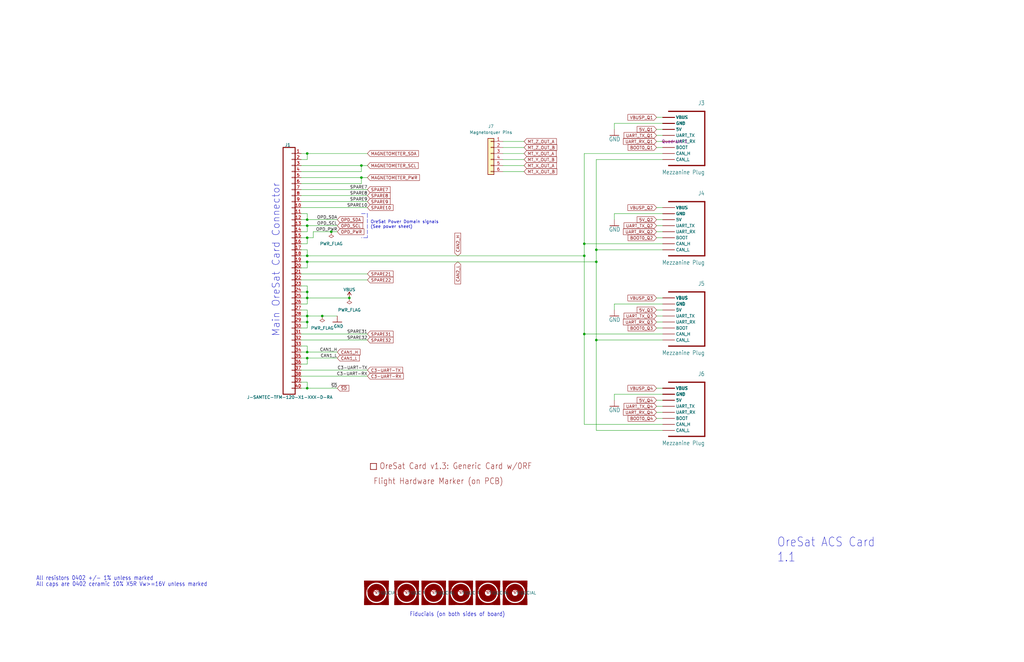
<source format=kicad_sch>
(kicad_sch (version 20211123) (generator eeschema)
  (paper "B")
  (lib_symbols
    (symbol "555600307_1"
      (property "Reference" "J" (at -12.7 13.97 0))
      (property "Value" "555600307_1" (at -12.7 -13.97 0))
      (symbol "555600307_1_1_0"
        (polyline (pts (xy -12.7 -10.16) (xy 2.54 -10.16)) (stroke (width 0.508)))
        (polyline (pts (xy 2.54 12.7) (xy -12.7 12.7)) (stroke (width 0.508)))
        (pin bidirectional line (at 5.08 -7.62 180) (length 5.08) (name "CAN_L") (number "P$1"))
        (pin power_in line (at 5.08 7.62 180) (length 5.08) (name "GND") (number "P$10"))
        (pin power_in line (at 5.08 7.62 180) (length 5.08) (name "GND") (number "P$11"))
        (pin power_in line (at 5.08 10.16 180) (length 5.08) (name "VBUS") (number "P$12"))
        (pin power_in line (at 5.08 10.16 180) (length 5.08) (name "VBUS") (number "P$13"))
        (pin power_in line (at 5.08 10.16 180) (length 5.08) (name "VBUS") (number "P$14"))
        (pin power_in line (at 5.08 10.16 180) (length 5.08) (name "VBUS") (number "P$15"))
        (pin power_in line (at 5.08 10.16 180) (length 5.08) (name "VBUS") (number "P$16"))
        (pin power_in line (at 5.08 10.16 180) (length 5.08) (name "VBUS") (number "P$17"))
        (pin power_in line (at 5.08 10.16 180) (length 5.08) (name "VBUS") (number "P$18"))
        (pin power_in line (at 5.08 10.16 180) (length 5.08) (name "VBUS") (number "P$19"))
        (pin bidirectional line (at 5.08 -5.08 180) (length 5.08) (name "CAN_H") (number "P$2"))
        (pin power_in line (at 5.08 7.62 180) (length 5.08) (name "GND") (number "P$20"))
        (pin power_in line (at 5.08 7.62 180) (length 5.08) (name "GND") (number "P$21"))
        (pin power_in line (at 5.08 7.62 180) (length 5.08) (name "GND") (number "P$22"))
        (pin power_in line (at 5.08 7.62 180) (length 5.08) (name "GND") (number "P$23"))
        (pin power_in line (at 5.08 5.08 180) (length 5.08) (name "5V") (number "P$24"))
        (pin power_in line (at 5.08 5.08 180) (length 5.08) (name "5V") (number "P$25"))
        (pin bidirectional line (at 5.08 2.54 180) (length 5.08) (name "UART_TX") (number "P$26"))
        (pin bidirectional line (at 5.08 0 180) (length 5.08) (name "UART_RX") (number "P$27"))
        (pin bidirectional line (at 5.08 -2.54 180) (length 5.08) (name "BOOT") (number "P$28"))
        (pin bidirectional line (at 5.08 -5.08 180) (length 5.08) (name "CAN_H") (number "P$29"))
        (pin bidirectional line (at 5.08 -2.54 180) (length 5.08) (name "BOOT") (number "P$3"))
        (pin bidirectional line (at 5.08 -7.62 180) (length 5.08) (name "CAN_L") (number "P$30"))
        (pin bidirectional line (at 5.08 0 180) (length 5.08) (name "UART_RX") (number "P$4"))
        (pin bidirectional line (at 5.08 2.54 180) (length 5.08) (name "UART_TX") (number "P$5"))
        (pin power_in line (at 5.08 5.08 180) (length 5.08) (name "5V") (number "P$6"))
        (pin power_in line (at 5.08 5.08 180) (length 5.08) (name "5V") (number "P$7"))
        (pin power_in line (at 5.08 7.62 180) (length 5.08) (name "GND") (number "P$8"))
        (pin power_in line (at 5.08 7.62 180) (length 5.08) (name "GND") (number "P$9"))
      )
      (symbol "555600307_1_1_1"
        (polyline (pts (xy -12.7 12.7) (xy -12.7 -10.16)) (stroke (width 0.508)))
      )
    )
    (symbol "555600307_2"
      (property "Reference" "J" (at -12.7 13.97 0))
      (property "Value" "555600307_2" (at -12.7 -13.97 0))
      (symbol "555600307_2_1_0"
        (polyline (pts (xy -12.7 -10.16) (xy 2.54 -10.16)) (stroke (width 0.508)))
        (polyline (pts (xy 2.54 12.7) (xy -12.7 12.7)) (stroke (width 0.508)))
        (pin bidirectional line (at 5.08 -7.62 180) (length 5.08) (name "CAN_L") (number "P$1"))
        (pin power_in line (at 5.08 7.62 180) (length 5.08) (name "GND") (number "P$10"))
        (pin power_in line (at 5.08 7.62 180) (length 5.08) (name "GND") (number "P$11"))
        (pin power_in line (at 5.08 10.16 180) (length 5.08) (name "VBUS") (number "P$12"))
        (pin power_in line (at 5.08 10.16 180) (length 5.08) (name "VBUS") (number "P$13"))
        (pin power_in line (at 5.08 10.16 180) (length 5.08) (name "VBUS") (number "P$14"))
        (pin power_in line (at 5.08 10.16 180) (length 5.08) (name "VBUS") (number "P$15"))
        (pin power_in line (at 5.08 10.16 180) (length 5.08) (name "VBUS") (number "P$16"))
        (pin power_in line (at 5.08 10.16 180) (length 5.08) (name "VBUS") (number "P$17"))
        (pin power_in line (at 5.08 10.16 180) (length 5.08) (name "VBUS") (number "P$18"))
        (pin power_in line (at 5.08 10.16 180) (length 5.08) (name "VBUS") (number "P$19"))
        (pin bidirectional line (at 5.08 -5.08 180) (length 5.08) (name "CAN_H") (number "P$2"))
        (pin power_in line (at 5.08 7.62 180) (length 5.08) (name "GND") (number "P$20"))
        (pin power_in line (at 5.08 7.62 180) (length 5.08) (name "GND") (number "P$21"))
        (pin power_in line (at 5.08 7.62 180) (length 5.08) (name "GND") (number "P$22"))
        (pin power_in line (at 5.08 7.62 180) (length 5.08) (name "GND") (number "P$23"))
        (pin power_in line (at 5.08 5.08 180) (length 5.08) (name "5V") (number "P$24"))
        (pin power_in line (at 5.08 5.08 180) (length 5.08) (name "5V") (number "P$25"))
        (pin bidirectional line (at 5.08 2.54 180) (length 5.08) (name "UART_TX") (number "P$26"))
        (pin bidirectional line (at 5.08 0 180) (length 5.08) (name "UART_RX") (number "P$27"))
        (pin bidirectional line (at 5.08 -2.54 180) (length 5.08) (name "BOOT") (number "P$28"))
        (pin bidirectional line (at 5.08 -5.08 180) (length 5.08) (name "CAN_H") (number "P$29"))
        (pin bidirectional line (at 5.08 -2.54 180) (length 5.08) (name "BOOT") (number "P$3"))
        (pin bidirectional line (at 5.08 -7.62 180) (length 5.08) (name "CAN_L") (number "P$30"))
        (pin bidirectional line (at 5.08 0 180) (length 5.08) (name "UART_RX") (number "P$4"))
        (pin bidirectional line (at 5.08 2.54 180) (length 5.08) (name "UART_TX") (number "P$5"))
        (pin power_in line (at 5.08 5.08 180) (length 5.08) (name "5V") (number "P$6"))
        (pin power_in line (at 5.08 5.08 180) (length 5.08) (name "5V") (number "P$7"))
        (pin power_in line (at 5.08 7.62 180) (length 5.08) (name "GND") (number "P$8"))
        (pin power_in line (at 5.08 7.62 180) (length 5.08) (name "GND") (number "P$9"))
      )
      (symbol "555600307_2_1_1"
        (polyline (pts (xy -12.7 12.7) (xy -12.7 -10.16)) (stroke (width 0.508)))
      )
    )
    (symbol "555600307_3"
      (property "Reference" "J" (at -12.7 13.97 0))
      (property "Value" "555600307_3" (at -12.7 -13.97 0))
      (symbol "555600307_3_1_0"
        (polyline (pts (xy -12.7 -10.16) (xy 2.54 -10.16)) (stroke (width 0.508)))
        (polyline (pts (xy 2.54 12.7) (xy -12.7 12.7)) (stroke (width 0.508)))
        (pin bidirectional line (at 5.08 -7.62 180) (length 5.08) (name "CAN_L") (number "P$1"))
        (pin power_in line (at 5.08 7.62 180) (length 5.08) (name "GND") (number "P$10"))
        (pin power_in line (at 5.08 7.62 180) (length 5.08) (name "GND") (number "P$11"))
        (pin power_in line (at 5.08 10.16 180) (length 5.08) (name "VBUS") (number "P$12"))
        (pin power_in line (at 5.08 10.16 180) (length 5.08) (name "VBUS") (number "P$13"))
        (pin power_in line (at 5.08 10.16 180) (length 5.08) (name "VBUS") (number "P$14"))
        (pin power_in line (at 5.08 10.16 180) (length 5.08) (name "VBUS") (number "P$15"))
        (pin power_in line (at 5.08 10.16 180) (length 5.08) (name "VBUS") (number "P$16"))
        (pin power_in line (at 5.08 10.16 180) (length 5.08) (name "VBUS") (number "P$17"))
        (pin power_in line (at 5.08 10.16 180) (length 5.08) (name "VBUS") (number "P$18"))
        (pin power_in line (at 5.08 10.16 180) (length 5.08) (name "VBUS") (number "P$19"))
        (pin bidirectional line (at 5.08 -5.08 180) (length 5.08) (name "CAN_H") (number "P$2"))
        (pin power_in line (at 5.08 7.62 180) (length 5.08) (name "GND") (number "P$20"))
        (pin power_in line (at 5.08 7.62 180) (length 5.08) (name "GND") (number "P$21"))
        (pin power_in line (at 5.08 7.62 180) (length 5.08) (name "GND") (number "P$22"))
        (pin power_in line (at 5.08 7.62 180) (length 5.08) (name "GND") (number "P$23"))
        (pin power_in line (at 5.08 5.08 180) (length 5.08) (name "5V") (number "P$24"))
        (pin power_in line (at 5.08 5.08 180) (length 5.08) (name "5V") (number "P$25"))
        (pin bidirectional line (at 5.08 2.54 180) (length 5.08) (name "UART_TX") (number "P$26"))
        (pin bidirectional line (at 5.08 0 180) (length 5.08) (name "UART_RX") (number "P$27"))
        (pin bidirectional line (at 5.08 -2.54 180) (length 5.08) (name "BOOT") (number "P$28"))
        (pin bidirectional line (at 5.08 -5.08 180) (length 5.08) (name "CAN_H") (number "P$29"))
        (pin bidirectional line (at 5.08 -2.54 180) (length 5.08) (name "BOOT") (number "P$3"))
        (pin bidirectional line (at 5.08 -7.62 180) (length 5.08) (name "CAN_L") (number "P$30"))
        (pin bidirectional line (at 5.08 0 180) (length 5.08) (name "UART_RX") (number "P$4"))
        (pin bidirectional line (at 5.08 2.54 180) (length 5.08) (name "UART_TX") (number "P$5"))
        (pin power_in line (at 5.08 5.08 180) (length 5.08) (name "5V") (number "P$6"))
        (pin power_in line (at 5.08 5.08 180) (length 5.08) (name "5V") (number "P$7"))
        (pin power_in line (at 5.08 7.62 180) (length 5.08) (name "GND") (number "P$8"))
        (pin power_in line (at 5.08 7.62 180) (length 5.08) (name "GND") (number "P$9"))
      )
      (symbol "555600307_3_1_1"
        (polyline (pts (xy -12.7 12.7) (xy -12.7 -10.16)) (stroke (width 0.508)))
      )
    )
    (symbol "Connector_Generic:Conn_01x06" (pin_names (offset 1.016) hide)
      (property "Reference" "J" (at 0 7.62 0))
      (property "Value" "Conn_01x06" (at 0 -10.16 0))
      (symbol "Conn_01x06_1_1"
        (rectangle (start -1.27 -7.493) (end 0 -7.747) (stroke (width 0.1524)))
        (rectangle (start -1.27 -4.953) (end 0 -5.207) (stroke (width 0.1524)))
        (rectangle (start -1.27 -2.413) (end 0 -2.667) (stroke (width 0.1524)))
        (rectangle (start -1.27 0.127) (end 0 -0.127) (stroke (width 0.1524)))
        (rectangle (start -1.27 2.667) (end 0 2.413) (stroke (width 0.1524)))
        (rectangle (start -1.27 5.207) (end 0 4.953) (stroke (width 0.1524)))
        (rectangle (start -1.27 6.35) (end 1.27 -8.89) (stroke (width 0.254)) (fill (type background)))
        (pin passive line (at -5.08 5.08 0) (length 3.81) (name "Pin_1") (number "1"))
        (pin passive line (at -5.08 2.54 0) (length 3.81) (name "Pin_2") (number "2"))
        (pin passive line (at -5.08 0 0) (length 3.81) (name "Pin_3") (number "3"))
        (pin passive line (at -5.08 -2.54 0) (length 3.81) (name "Pin_4") (number "4"))
        (pin passive line (at -5.08 -5.08 0) (length 3.81) (name "Pin_5") (number "5"))
        (pin passive line (at -5.08 -7.62 0) (length 3.81) (name "Pin_6") (number "6"))
      )
    )
    (symbol "J-Molex-555600307-mezzanine-plug:555600307"
      (property "Reference" "J" (at -12.7 13.97 0))
      (property "Value" "555600307" (at -12.7 -13.97 0))
      (symbol "555600307_1_0"
        (polyline (pts (xy -12.7 -10.16) (xy 2.54 -10.16)) (stroke (width 0.508)))
        (polyline (pts (xy 2.54 12.7) (xy -12.7 12.7)) (stroke (width 0.508)))
        (pin bidirectional line (at 5.08 -7.62 180) (length 5.08) (name "CAN_L") (number "P$1"))
        (pin power_in line (at 5.08 7.62 180) (length 5.08) (name "GND") (number "P$10"))
        (pin power_in line (at 5.08 7.62 180) (length 5.08) (name "GND") (number "P$11"))
        (pin power_in line (at 5.08 10.16 180) (length 5.08) (name "VBUS") (number "P$12"))
        (pin power_in line (at 5.08 10.16 180) (length 5.08) (name "VBUS") (number "P$13"))
        (pin power_in line (at 5.08 10.16 180) (length 5.08) (name "VBUS") (number "P$14"))
        (pin power_in line (at 5.08 10.16 180) (length 5.08) (name "VBUS") (number "P$15"))
        (pin power_in line (at 5.08 10.16 180) (length 5.08) (name "VBUS") (number "P$16"))
        (pin power_in line (at 5.08 10.16 180) (length 5.08) (name "VBUS") (number "P$17"))
        (pin power_in line (at 5.08 10.16 180) (length 5.08) (name "VBUS") (number "P$18"))
        (pin power_in line (at 5.08 10.16 180) (length 5.08) (name "VBUS") (number "P$19"))
        (pin bidirectional line (at 5.08 -5.08 180) (length 5.08) (name "CAN_H") (number "P$2"))
        (pin power_in line (at 5.08 7.62 180) (length 5.08) (name "GND") (number "P$20"))
        (pin power_in line (at 5.08 7.62 180) (length 5.08) (name "GND") (number "P$21"))
        (pin power_in line (at 5.08 7.62 180) (length 5.08) (name "GND") (number "P$22"))
        (pin power_in line (at 5.08 7.62 180) (length 5.08) (name "GND") (number "P$23"))
        (pin power_in line (at 5.08 5.08 180) (length 5.08) (name "5V") (number "P$24"))
        (pin power_in line (at 5.08 5.08 180) (length 5.08) (name "5V") (number "P$25"))
        (pin bidirectional line (at 5.08 2.54 180) (length 5.08) (name "UART_TX") (number "P$26"))
        (pin bidirectional line (at 5.08 0 180) (length 5.08) (name "UART_RX") (number "P$27"))
        (pin bidirectional line (at 5.08 -2.54 180) (length 5.08) (name "BOOT") (number "P$28"))
        (pin bidirectional line (at 5.08 -5.08 180) (length 5.08) (name "CAN_H") (number "P$29"))
        (pin bidirectional line (at 5.08 -2.54 180) (length 5.08) (name "BOOT") (number "P$3"))
        (pin bidirectional line (at 5.08 -7.62 180) (length 5.08) (name "CAN_L") (number "P$30"))
        (pin bidirectional line (at 5.08 0 180) (length 5.08) (name "UART_RX") (number "P$4"))
        (pin bidirectional line (at 5.08 2.54 180) (length 5.08) (name "UART_TX") (number "P$5"))
        (pin power_in line (at 5.08 5.08 180) (length 5.08) (name "5V") (number "P$6"))
        (pin power_in line (at 5.08 5.08 180) (length 5.08) (name "5V") (number "P$7"))
        (pin power_in line (at 5.08 7.62 180) (length 5.08) (name "GND") (number "P$8"))
        (pin power_in line (at 5.08 7.62 180) (length 5.08) (name "GND") (number "P$9"))
      )
      (symbol "555600307_1_1"
        (polyline (pts (xy -12.7 12.7) (xy -12.7 -10.16)) (stroke (width 0.508)))
      )
    )
    (symbol "J-SAMTEC-TFM-120-01-L-D-RA-oresat-backplane-connector:J-SAMTEC-TFM-120-01-L-D-RA" (pin_names hide)
      (property "Reference" "J" (at -2.54 53.34 0))
      (property "Value" "J-SAMTEC-TFM-120-01-L-D-RA" (at 0 -55.88 0))
      (symbol "J-SAMTEC-TFM-120-01-L-D-RA_0_1"
        (rectangle (start -2.54 50.8) (end 2.54 -53.34) (stroke (width 0.4)))
        (rectangle (start 2.413 -50.673) (end 1.143 -50.927) (stroke (width 0.1524)))
        (rectangle (start 2.413 -48.133) (end 1.143 -48.387) (stroke (width 0.1524)))
        (rectangle (start 2.413 -45.593) (end 1.143 -45.847) (stroke (width 0.1524)))
        (rectangle (start 2.413 -43.053) (end 1.143 -43.307) (stroke (width 0.1524)))
        (rectangle (start 2.413 -40.513) (end 1.143 -40.767) (stroke (width 0.1524)))
        (rectangle (start 2.413 -37.973) (end 1.143 -38.227) (stroke (width 0.1524)))
        (rectangle (start 2.413 -35.433) (end 1.143 -35.687) (stroke (width 0.1524)))
        (rectangle (start 2.413 -32.893) (end 1.143 -33.147) (stroke (width 0.1524)))
        (rectangle (start 2.413 -30.353) (end 1.143 -30.607) (stroke (width 0.1524)))
        (rectangle (start 2.413 -27.813) (end 1.143 -28.067) (stroke (width 0.1524)))
        (rectangle (start 2.413 -25.273) (end 1.143 -25.527) (stroke (width 0.1524)))
        (rectangle (start 2.413 -22.733) (end 1.143 -22.987) (stroke (width 0.1524)))
        (rectangle (start 2.413 -20.193) (end 1.143 -20.447) (stroke (width 0.1524)))
        (rectangle (start 2.413 -17.653) (end 1.143 -17.907) (stroke (width 0.1524)))
        (rectangle (start 2.413 -15.113) (end 1.143 -15.367) (stroke (width 0.1524)))
        (rectangle (start 2.413 -12.573) (end 1.143 -12.827) (stroke (width 0.1524)))
        (rectangle (start 2.413 -10.033) (end 1.143 -10.287) (stroke (width 0.1524)))
        (rectangle (start 2.413 -7.493) (end 1.143 -7.747) (stroke (width 0.1524)))
        (rectangle (start 2.413 -4.953) (end 1.143 -5.207) (stroke (width 0.1524)))
        (rectangle (start 2.413 -2.413) (end 1.143 -2.667) (stroke (width 0.1524)))
        (rectangle (start 2.413 0.127) (end 1.143 -0.127) (stroke (width 0.1524)))
        (rectangle (start 2.413 2.667) (end 1.143 2.413) (stroke (width 0.1524)))
        (rectangle (start 2.413 5.207) (end 1.143 4.953) (stroke (width 0.1524)))
        (rectangle (start 2.413 7.747) (end 1.143 7.493) (stroke (width 0.1524)))
        (rectangle (start 2.413 10.287) (end 1.143 10.033) (stroke (width 0.1524)))
        (rectangle (start 2.413 12.827) (end 1.143 12.573) (stroke (width 0.1524)))
        (rectangle (start 2.413 15.367) (end 1.143 15.113) (stroke (width 0.1524)))
        (rectangle (start 2.413 17.907) (end 1.143 17.653) (stroke (width 0.1524)))
        (rectangle (start 2.413 20.447) (end 1.143 20.193) (stroke (width 0.1524)))
        (rectangle (start 2.413 22.987) (end 1.143 22.733) (stroke (width 0.1524)))
        (rectangle (start 2.413 25.527) (end 1.143 25.273) (stroke (width 0.1524)))
        (rectangle (start 2.413 28.067) (end 1.143 27.813) (stroke (width 0.1524)))
        (rectangle (start 2.413 30.607) (end 1.143 30.353) (stroke (width 0.1524)))
        (rectangle (start 2.413 33.147) (end 1.143 32.893) (stroke (width 0.1524)))
        (rectangle (start 2.413 35.687) (end 1.143 35.433) (stroke (width 0.1524)))
        (rectangle (start 2.413 38.227) (end 1.143 37.973) (stroke (width 0.1524)))
        (rectangle (start 2.413 40.767) (end 1.143 40.513) (stroke (width 0.1524)))
        (rectangle (start 2.413 43.307) (end 1.143 43.053) (stroke (width 0.1524)))
        (rectangle (start 2.413 45.847) (end 1.143 45.593) (stroke (width 0.1524)))
        (rectangle (start 2.413 48.387) (end 1.143 48.133) (stroke (width 0.1524)))
      )
      (symbol "J-SAMTEC-TFM-120-01-L-D-RA_1_1"
        (pin bidirectional line (at 5.08 48.26 180) (length 2.54) (name "") (number "1"))
        (pin bidirectional line (at 5.08 25.4 180) (length 2.54) (name "") (number "10"))
        (pin bidirectional line (at 5.08 22.86 180) (length 2.54) (name "") (number "11"))
        (pin bidirectional line (at 5.08 20.32 180) (length 2.54) (name "") (number "12"))
        (pin bidirectional line (at 5.08 17.78 180) (length 2.54) (name "") (number "13"))
        (pin bidirectional line (at 5.08 15.24 180) (length 2.54) (name "") (number "14"))
        (pin bidirectional line (at 5.08 12.7 180) (length 2.54) (name "") (number "15"))
        (pin bidirectional line (at 5.08 10.16 180) (length 2.54) (name "") (number "16"))
        (pin bidirectional line (at 5.08 7.62 180) (length 2.54) (name "") (number "17"))
        (pin bidirectional line (at 5.08 5.08 180) (length 2.54) (name "") (number "18"))
        (pin bidirectional line (at 5.08 2.54 180) (length 2.54) (name "") (number "19"))
        (pin bidirectional line (at 5.08 45.72 180) (length 2.54) (name "") (number "2"))
        (pin bidirectional line (at 5.08 0 180) (length 2.54) (name "") (number "20"))
        (pin bidirectional line (at 5.08 -2.54 180) (length 2.54) (name "") (number "21"))
        (pin bidirectional line (at 5.08 -5.08 180) (length 2.54) (name "") (number "22"))
        (pin bidirectional line (at 5.08 -7.62 180) (length 2.54) (name "") (number "23"))
        (pin bidirectional line (at 5.08 -10.16 180) (length 2.54) (name "") (number "24"))
        (pin bidirectional line (at 5.08 -12.7 180) (length 2.54) (name "") (number "25"))
        (pin bidirectional line (at 5.08 -15.24 180) (length 2.54) (name "") (number "26"))
        (pin bidirectional line (at 5.08 -17.78 180) (length 2.54) (name "") (number "27"))
        (pin bidirectional line (at 5.08 -20.32 180) (length 2.54) (name "") (number "28"))
        (pin bidirectional line (at 5.08 -22.86 180) (length 2.54) (name "") (number "29"))
        (pin bidirectional line (at 5.08 43.18 180) (length 2.54) (name "") (number "3"))
        (pin bidirectional line (at 5.08 -25.4 180) (length 2.54) (name "") (number "30"))
        (pin bidirectional line (at 5.08 -27.94 180) (length 2.54) (name "") (number "31"))
        (pin bidirectional line (at 5.08 -30.48 180) (length 2.54) (name "") (number "32"))
        (pin bidirectional line (at 5.08 -33.02 180) (length 2.54) (name "") (number "33"))
        (pin bidirectional line (at 5.08 -35.56 180) (length 2.54) (name "") (number "34"))
        (pin bidirectional line (at 5.08 -38.1 180) (length 2.54) (name "") (number "35"))
        (pin bidirectional line (at 5.08 -40.64 180) (length 2.54) (name "") (number "36"))
        (pin bidirectional line (at 5.08 -43.18 180) (length 2.54) (name "") (number "37"))
        (pin bidirectional line (at 5.08 -45.72 180) (length 2.54) (name "") (number "38"))
        (pin bidirectional line (at 5.08 -48.26 180) (length 2.54) (name "") (number "39"))
        (pin bidirectional line (at 5.08 40.64 180) (length 2.54) (name "") (number "4"))
        (pin bidirectional line (at 5.08 -50.8 180) (length 2.54) (name "") (number "40"))
        (pin bidirectional line (at 5.08 38.1 180) (length 2.54) (name "") (number "5"))
        (pin bidirectional line (at 5.08 35.56 180) (length 2.54) (name "") (number "6"))
        (pin bidirectional line (at 5.08 33.02 180) (length 2.54) (name "") (number "7"))
        (pin bidirectional line (at 5.08 30.48 180) (length 2.54) (name "") (number "8"))
        (pin bidirectional line (at 5.08 27.94 180) (length 2.54) (name "") (number "9"))
      )
    )
    (symbol "oresat-acs-card-eagle-import:FIDUCIAL-1.0X2.0"
      (symbol "FIDUCIAL-1.0X2.0_1_0"
        (rectangle (start -5.08 -5.08) (end -3.556 -2.54) (fill (type outline)))
        (rectangle (start -5.08 -5.08) (end -2.54 -3.556) (fill (type outline)))
        (rectangle (start -5.08 2.54) (end -3.556 5.08) (fill (type outline)))
        (rectangle (start -5.08 3.556) (end -2.54 5.08) (fill (type outline)))
        (polyline (pts (xy -5.08 -5.08) (xy -5.08 5.08)) (stroke (width 0.127)))
        (polyline (pts (xy -5.08 -5.08) (xy 5.08 -5.08)) (stroke (width 0.127)))
        (polyline (pts (xy -5.08 5.08) (xy 5.08 5.08)) (stroke (width 0.127)))
        (polyline (pts (xy -4.699 2.54) (xy -4.699 -2.54)) (stroke (width 0.762)))
        (polyline (pts (xy -2.54 -4.699) (xy 2.54 -4.699)) (stroke (width 0.762)))
        (polyline (pts (xy -2.54 4.699) (xy 2.54 4.699)) (stroke (width 0.762)))
        (polyline (pts (xy 4.699 -2.54) (xy 4.699 2.54)) (stroke (width 0.762)))
        (polyline (pts (xy 5.08 5.08) (xy 5.08 -5.08)) (stroke (width 0.127)))
        (circle (center 0 0) (radius 2.54) (stroke (width 2.54)))
        (circle (center 0 0) (radius 4.699) (stroke (width 0.762)))
        (rectangle (start 2.54 -5.08) (end 5.08 -3.556) (fill (type outline)))
        (rectangle (start 2.54 3.556) (end 5.08 5.08) (fill (type outline)))
        (rectangle (start 3.556 -5.08) (end 5.08 -2.54) (fill (type outline)))
        (rectangle (start 3.556 2.54) (end 5.08 5.08) (fill (type outline)))
        (pin no_connect line (at 0 0 0) (length 0) (name "FIDUCIAL") (number "FIDUCIAL"))
      )
    )
    (symbol "oresat-acs-card-eagle-import:FLIGHMARKERNEW"
      (symbol "FLIGHMARKERNEW_1_0"
        (text "Flight Hardware Marker (on PCB)" (at 0 0 0) (effects (font (size 2.54 2.159)) (justify left bottom)))
      )
    )
    (symbol "oresat-acs-card-eagle-import:GND" (power)
      (property "Value" "GND" (at -2.54 -2.54 0))
      (symbol "GND_1_0"
        (polyline (pts (xy -1.905 0) (xy 1.905 0)) (stroke (width 0.254)))
        (pin power_in line (at 0 2.54 270) (length 2.54) (name "GND") (number "1"))
      )
    )
    (symbol "oresat-acs-card-eagle-import:ORESAT-CARD-V1.3-GENERIC-0RF"
      (symbol "ORESAT-CARD-V1.3-GENERIC-0RF_1_0"
        (polyline (pts (xy -1.27 -1.27) (xy 1.27 -1.27)) (stroke (width 0.254)))
        (polyline (pts (xy -1.27 1.27) (xy -1.27 -1.27)) (stroke (width 0.254)))
        (polyline (pts (xy 1.27 -1.27) (xy 1.27 1.27)) (stroke (width 0.254)))
        (polyline (pts (xy 1.27 1.27) (xy -1.27 1.27)) (stroke (width 0.254)))
        (text "OreSat Card v1.3: Generic Card w/0RF" (at 2.54 -1.27 0) (effects (font (size 2.54 2.159)) (justify left bottom)))
      )
    )
    (symbol "oresat-acs-card-eagle-import:VBUS" (power)
      (property "Value" "VBUS" (at 0 0.254 0))
      (symbol "VBUS_1_0"
        (polyline (pts (xy 0 0) (xy -0.762 -1.27)) (stroke (width 0.254)))
        (polyline (pts (xy 0.762 -1.27) (xy 0 0)) (stroke (width 0.254)))
        (pin power_in line (at 0 -2.54 90) (length 2.54) (name "VBUS") (number "1"))
      )
    )
    (symbol "power:PWR_FLAG" (power) (pin_numbers hide) (pin_names (offset 0) hide)
      (property "Value" "PWR_FLAG" (at 0 3.81 0))
      (symbol "PWR_FLAG_0_0"
        (pin power_out line (at 0 0 90) (length 0) (name "pwr") (number "1"))
      )
      (symbol "PWR_FLAG_0_1"
        (polyline (pts (xy 0 0) (xy 0 1.27) (xy -1.016 1.905) (xy 0 2.54) (xy 1.016 1.905) (xy 0 1.27)))
      )
    )
  )
  (junction (at 147.32 125.73))
  (junction (at 129.54 95.25) (diameter 0.9144))
  (junction (at 129.54 163.83) (diameter 0.9144))
  (junction (at 251.46 110.49))
  (junction (at 139.7 97.79))
  (junction (at 129.54 135.89) (diameter 0.9144))
  (junction (at 129.54 92.71) (diameter 0.9144))
  (junction (at 246.38 102.87))
  (junction (at 152.4 74.93))
  (junction (at 251.46 143.51))
  (junction (at 246.38 140.97))
  (junction (at 129.54 123.19) (diameter 0.9144))
  (junction (at 251.46 105.41))
  (junction (at 129.54 148.59) (diameter 0.9144))
  (junction (at 129.54 151.13) (diameter 0.9144))
  (junction (at 129.54 125.73) (diameter 0.9144))
  (junction (at 129.54 64.77) (diameter 0.9144))
  (junction (at 129.54 107.95))
  (junction (at 129.54 133.35) (diameter 0.9144))
  (junction (at 152.4 69.85))
  (junction (at 129.54 100.33) (diameter 0.9144))
  (junction (at 135.89 133.35))
  (junction (at 246.38 107.95))
  (junction (at 129.54 110.49) (diameter 0.9144))
  (wire (pts (xy 259.08 128.27) (xy 259.08 130.81)))
  (wire (pts (xy 129.54 133.35) (xy 135.89 133.35)))
  (wire (pts (xy 129.54 135.89) (xy 129.54 138.43)))
  (wire (pts (xy 129.54 113.03) (xy 127 113.03)))
  (wire (pts (xy 129.54 100.33) (xy 129.54 102.87)))
  (wire (pts (xy 129.54 95.25) (xy 129.54 97.79)))
  (wire (pts (xy 129.54 107.95) (xy 246.38 107.95)))
  (wire (pts (xy 127 97.79) (xy 129.54 97.79)))
  (wire (pts (xy 276.86 173.99) (xy 279.4 173.99)))
  (wire (pts (xy 127 100.33) (xy 129.54 100.33)))
  (wire (pts (xy 132.08 100.33) (xy 132.08 97.79)))
  (wire (pts (xy 246.38 102.87) (xy 279.4 102.87)))
  (wire (pts (xy 129.54 161.29) (xy 129.54 163.83)))
  (wire (pts (xy 251.46 181.61) (xy 279.4 181.61)))
  (wire (pts (xy 129.54 105.41) (xy 129.54 107.95)))
  (wire (pts (xy 259.08 90.17) (xy 259.08 92.71)))
  (wire (pts (xy 246.38 64.77) (xy 246.38 102.87)))
  (wire (pts (xy 251.46 143.51) (xy 251.46 181.61)))
  (wire (pts (xy 259.08 128.27) (xy 279.4 128.27)))
  (wire (pts (xy 127 82.55) (xy 154.94 82.55)))
  (wire (pts (xy 279.4 95.25) (xy 276.86 95.25)))
  (wire (pts (xy 127 90.17) (xy 129.54 90.17)))
  (wire (pts (xy 135.89 133.35) (xy 142.24 133.35)))
  (wire (pts (xy 251.46 143.51) (xy 279.4 143.51)))
  (wire (pts (xy 251.46 105.41) (xy 251.46 110.49)))
  (wire (pts (xy 129.54 95.25) (xy 142.24 95.25)))
  (wire (pts (xy 127 130.81) (xy 129.54 130.81)))
  (wire (pts (xy 127 64.77) (xy 129.54 64.77)))
  (wire (pts (xy 212.09 69.85) (xy 220.98 69.85)))
  (wire (pts (xy 279.4 100.33) (xy 276.86 100.33)))
  (wire (pts (xy 246.38 102.87) (xy 246.38 107.95)))
  (wire (pts (xy 276.86 168.91) (xy 279.4 168.91)))
  (wire (pts (xy 279.4 62.23) (xy 276.86 62.23)))
  (polyline (pts (xy 154.94 100.33) (xy 152.4 100.33)))
  (wire (pts (xy 129.54 151.13) (xy 142.24 151.13)))
  (wire (pts (xy 129.54 92.71) (xy 142.24 92.71)))
  (wire (pts (xy 127 146.05) (xy 129.54 146.05)))
  (polyline (pts (xy 152.4 90.17) (xy 154.94 90.17)))
  (wire (pts (xy 127 72.39) (xy 152.4 72.39)))
  (wire (pts (xy 129.54 90.17) (xy 129.54 92.71)))
  (wire (pts (xy 127 151.13) (xy 129.54 151.13)))
  (wire (pts (xy 276.86 176.53) (xy 279.4 176.53)))
  (wire (pts (xy 259.08 166.37) (xy 259.08 168.91)))
  (wire (pts (xy 127 133.35) (xy 129.54 133.35)))
  (wire (pts (xy 129.54 146.05) (xy 129.54 148.59)))
  (wire (pts (xy 127 125.73) (xy 129.54 125.73)))
  (wire (pts (xy 251.46 105.41) (xy 279.4 105.41)))
  (wire (pts (xy 127 95.25) (xy 129.54 95.25)))
  (polyline (pts (xy 154.94 90.17) (xy 154.94 100.33)))
  (wire (pts (xy 276.86 92.71) (xy 279.4 92.71)))
  (wire (pts (xy 127 148.59) (xy 129.54 148.59)))
  (wire (pts (xy 276.86 130.81) (xy 279.4 130.81)))
  (wire (pts (xy 129.54 123.19) (xy 129.54 125.73)))
  (wire (pts (xy 127 69.85) (xy 152.4 69.85)))
  (wire (pts (xy 129.54 100.33) (xy 132.08 100.33)))
  (wire (pts (xy 129.54 135.89) (xy 129.54 133.35)))
  (wire (pts (xy 276.86 54.61) (xy 279.4 54.61)))
  (wire (pts (xy 129.54 163.83) (xy 127 163.83)))
  (wire (pts (xy 246.38 107.95) (xy 246.38 140.97)))
  (wire (pts (xy 129.54 128.27) (xy 127 128.27)))
  (wire (pts (xy 139.7 97.79) (xy 142.24 97.79)))
  (wire (pts (xy 259.08 52.07) (xy 259.08 54.61)))
  (wire (pts (xy 276.86 163.83) (xy 279.4 163.83)))
  (wire (pts (xy 129.54 125.73) (xy 129.54 128.27)))
  (wire (pts (xy 127 67.31) (xy 129.54 67.31)))
  (wire (pts (xy 276.86 135.89) (xy 279.4 135.89)))
  (wire (pts (xy 246.38 64.77) (xy 279.4 64.77)))
  (wire (pts (xy 127 92.71) (xy 129.54 92.71)))
  (wire (pts (xy 127 115.57) (xy 154.94 115.57)))
  (wire (pts (xy 129.54 148.59) (xy 142.24 148.59)))
  (wire (pts (xy 129.54 123.19) (xy 127 123.19)))
  (wire (pts (xy 276.86 171.45) (xy 279.4 171.45)))
  (wire (pts (xy 127 110.49) (xy 129.54 110.49)))
  (wire (pts (xy 279.4 57.15) (xy 276.86 57.15)))
  (wire (pts (xy 251.46 67.31) (xy 279.4 67.31)))
  (wire (pts (xy 127 107.95) (xy 129.54 107.95)))
  (wire (pts (xy 127 156.21) (xy 154.94 156.21)))
  (wire (pts (xy 129.54 110.49) (xy 129.54 113.03)))
  (wire (pts (xy 127 77.47) (xy 152.4 77.47)))
  (wire (pts (xy 127 118.11) (xy 154.94 118.11)))
  (wire (pts (xy 152.4 74.93) (xy 154.94 74.93)))
  (wire (pts (xy 276.86 138.43) (xy 279.4 138.43)))
  (wire (pts (xy 276.86 133.35) (xy 279.4 133.35)))
  (wire (pts (xy 212.09 64.77) (xy 220.98 64.77)))
  (wire (pts (xy 129.54 125.73) (xy 147.32 125.73)))
  (wire (pts (xy 251.46 110.49) (xy 251.46 143.51)))
  (wire (pts (xy 152.4 69.85) (xy 154.94 69.85)))
  (wire (pts (xy 246.38 140.97) (xy 246.38 179.07)))
  (wire (pts (xy 127 85.09) (xy 154.94 85.09)))
  (wire (pts (xy 127 120.65) (xy 129.54 120.65)))
  (wire (pts (xy 127 102.87) (xy 129.54 102.87)))
  (wire (pts (xy 129.54 151.13) (xy 129.54 153.67)))
  (wire (pts (xy 259.08 90.17) (xy 279.4 90.17)))
  (wire (pts (xy 212.09 67.31) (xy 220.98 67.31)))
  (wire (pts (xy 127 143.51) (xy 154.94 143.51)))
  (wire (pts (xy 279.4 166.37) (xy 259.08 166.37)))
  (wire (pts (xy 129.54 130.81) (xy 129.54 133.35)))
  (wire (pts (xy 129.54 110.49) (xy 251.46 110.49)))
  (wire (pts (xy 279.4 59.69) (xy 276.86 59.69)))
  (wire (pts (xy 279.4 52.07) (xy 259.08 52.07)))
  (wire (pts (xy 279.4 179.07) (xy 246.38 179.07)))
  (wire (pts (xy 212.09 62.23) (xy 220.98 62.23)))
  (wire (pts (xy 129.54 153.67) (xy 127 153.67)))
  (wire (pts (xy 251.46 67.31) (xy 251.46 105.41)))
  (wire (pts (xy 129.54 67.31) (xy 129.54 64.77)))
  (wire (pts (xy 127 138.43) (xy 129.54 138.43)))
  (wire (pts (xy 127 140.97) (xy 154.94 140.97)))
  (wire (pts (xy 279.4 87.63) (xy 276.86 87.63)))
  (wire (pts (xy 127 74.93) (xy 152.4 74.93)))
  (wire (pts (xy 129.54 64.77) (xy 154.94 64.77)))
  (wire (pts (xy 129.54 163.83) (xy 142.24 163.83)))
  (wire (pts (xy 152.4 69.85) (xy 152.4 72.39)))
  (wire (pts (xy 246.38 140.97) (xy 279.4 140.97)))
  (wire (pts (xy 212.09 59.69) (xy 220.98 59.69)))
  (wire (pts (xy 279.4 49.53) (xy 276.86 49.53)))
  (wire (pts (xy 129.54 120.65) (xy 129.54 123.19)))
  (wire (pts (xy 127 135.89) (xy 129.54 135.89)))
  (wire (pts (xy 276.86 125.73) (xy 279.4 125.73)))
  (wire (pts (xy 127 87.63) (xy 154.94 87.63)))
  (wire (pts (xy 132.08 97.79) (xy 139.7 97.79)))
  (wire (pts (xy 152.4 74.93) (xy 152.4 77.47)))
  (wire (pts (xy 127 80.01) (xy 154.94 80.01)))
  (wire (pts (xy 127 105.41) (xy 129.54 105.41)))
  (wire (pts (xy 212.09 72.39) (xy 220.98 72.39)))
  (wire (pts (xy 127 158.75) (xy 154.94 158.75)))
  (wire (pts (xy 127 161.29) (xy 129.54 161.29)))
  (wire (pts (xy 279.4 97.79) (xy 276.86 97.79)))
  (text "OreSat ACS Card" (at 327.66 231.14 180) (effects (font (size 3.81 3.2385)) (justify left bottom)))
  (text "1.1" (at 327.66 237.49 180) (effects (font (size 3.81 3.2385)) (justify left bottom)))
  (text "Main OreSat Card Connector" (at 118.11 142.24 90) (effects (font (size 3 3)) (justify left bottom)))
  (text "Fiducials (on both sides of board)" (at 172.72 260.35 180) (effects (font (size 1.778 1.5113)) (justify left bottom)))
  (text "OreSat Power Domain signals\n(See power sheet)" (at 156.21 96.52 180) (effects (font (size 1.27 1.27)) (justify left bottom)))
  (text "All caps are 0402 ceramic 10% X5R Vw>=16V unless marked" (at 15.24 247.65 0) (effects (font (size 1.778 1.5113)) (justify left bottom)))
  (text "All resistors 0402 +/- 1% unless marked" (at 15.24 245.11 180) (effects (font (size 1.778 1.5113)) (justify left bottom)))
  (label "SPARE32" (at 154.94 143.51 180))
  (label "OPD_SDA" (at 142.24 92.71 180))
  (label "CAN1_H" (at 142.24 148.59 180))
  (label "OPD_PWR" (at 142.24 97.79 180))
  (label "OPD_SCL" (at 142.24 95.25 180))
  (label "~{SD}" (at 142.24 163.83 180))
  (label "CAN1_L" (at 142.24 151.13 180))
  (label "SPARE31" (at 154.94 140.97 180))
  (label "C3-UART-TX" (at 154.94 156.21 180))
  (label "SPARE10" (at 154.94 87.63 180))
  (label "SPARE7" (at 154.94 80.01 180))
  (label "C3-UART-RX" (at 154.94 158.75 180))
  (label "SPARE9" (at 154.94 85.09 180))
  (label "SPARE8" (at 154.94 82.55 180))
  (global_label "SPARE31" (shape input) (at 154.94 140.97 0) (property "Intersheet References" "${INTERSHEET_REFS}" (effects hide)))
  (global_label "CAN1_L" (shape input) (at 142.24 151.13 0) (property "Intersheet References" "${INTERSHEET_REFS}" (effects hide)))
  (global_label "CAN2_H" (shape input) (at 193.04 107.95 90) (property "Intersheet References" "${INTERSHEET_REFS}" (effects hide)))
  (global_label "SPARE32" (shape input) (at 154.94 143.51 0) (property "Intersheet References" "${INTERSHEET_REFS}" (effects hide)))
  (global_label "BOOT0_Q1" (shape input) (at 276.86 62.23 180) (property "Intersheet References" "${INTERSHEET_REFS}" (effects hide)))
  (global_label "CAN1_H" (shape input) (at 142.24 148.59 0) (property "Intersheet References" "${INTERSHEET_REFS}" (effects hide)))
  (global_label "5V_Q1" (shape input) (at 276.86 54.61 180) (property "Intersheet References" "${INTERSHEET_REFS}" (effects hide)))
  (global_label "~{SD}" (shape input) (at 142.24 163.83 0) (property "Intersheet References" "${INTERSHEET_REFS}" (effects hide)))
  (global_label "SPARE10" (shape input) (at 154.94 87.63 0) (property "Intersheet References" "${INTERSHEET_REFS}" (effects hide)))
  (global_label "SPARE7" (shape input) (at 154.94 80.01 0) (property "Intersheet References" "${INTERSHEET_REFS}" (effects hide)))
  (global_label "MAGNETOMETER_PWR" (shape input) (at 154.94 74.93 0) (property "Intersheet References" "${INTERSHEET_REFS}" (effects hide)))
  (global_label "UART_RX_Q4" (shape input) (at 276.86 173.99 180) (property "Intersheet References" "${INTERSHEET_REFS}" (effects hide)))
  (global_label "MAGNETOMETER_SDA" (shape input) (at 154.94 64.77 0) (property "Intersheet References" "${INTERSHEET_REFS}" (effects hide)))
  (global_label "SPARE8" (shape input) (at 154.94 82.55 0) (property "Intersheet References" "${INTERSHEET_REFS}" (effects hide)))
  (global_label "C3-UART-RX" (shape input) (at 154.94 158.75 0) (property "Intersheet References" "${INTERSHEET_REFS}" (effects hide)))
  (global_label "5V_Q4" (shape input) (at 276.86 168.91 180) (property "Intersheet References" "${INTERSHEET_REFS}" (effects hide)))
  (global_label "MT_X_OUT_A" (shape input) (at 220.98 69.85 0) (property "Intersheet References" "${INTERSHEET_REFS}" (effects hide)))
  (global_label "5V_Q2" (shape input) (at 276.86 92.71 180) (property "Intersheet References" "${INTERSHEET_REFS}" (effects hide)))
  (global_label "MAGNETOMETER_SCL" (shape input) (at 154.94 69.85 0) (property "Intersheet References" "${INTERSHEET_REFS}" (effects hide)))
  (global_label "VBUSP_Q1" (shape input) (at 276.86 49.53 180) (property "Intersheet References" "${INTERSHEET_REFS}" (effects hide)))
  (global_label "MT_Y_OUT_B" (shape input) (at 220.98 67.31 0) (property "Intersheet References" "${INTERSHEET_REFS}" (effects hide)))
  (global_label "5V_Q3" (shape input) (at 276.86 130.81 180) (property "Intersheet References" "${INTERSHEET_REFS}" (effects hide)))
  (global_label "MT_Z_OUT_A" (shape input) (at 220.98 59.69 0) (property "Intersheet References" "${INTERSHEET_REFS}" (effects hide)))
  (global_label "MT_X_OUT_B" (shape input) (at 220.98 72.39 0) (property "Intersheet References" "${INTERSHEET_REFS}" (effects hide)))
  (global_label "BOOT0_Q3" (shape input) (at 276.86 138.43 180) (property "Intersheet References" "${INTERSHEET_REFS}" (effects hide)))
  (global_label "OPD_SDA" (shape input) (at 142.24 92.71 0) (property "Intersheet References" "${INTERSHEET_REFS}" (effects hide)))
  (global_label "MT_Z_OUT_B" (shape input) (at 220.98 62.23 0) (property "Intersheet References" "${INTERSHEET_REFS}" (effects hide)))
  (global_label "UART_RX_Q3" (shape input) (at 276.86 135.89 180) (property "Intersheet References" "${INTERSHEET_REFS}" (effects hide)))
  (global_label "BOOT0_Q2" (shape input) (at 276.86 100.33 180) (property "Intersheet References" "${INTERSHEET_REFS}" (effects hide)))
  (global_label "UART_TX_Q1" (shape input) (at 276.86 57.15 180) (property "Intersheet References" "${INTERSHEET_REFS}" (effects hide)))
  (global_label "OPD_SCL" (shape input) (at 142.24 95.25 0) (property "Intersheet References" "${INTERSHEET_REFS}" (effects hide)))
  (global_label "SPARE9" (shape input) (at 154.94 85.09 0) (property "Intersheet References" "${INTERSHEET_REFS}" (effects hide)))
  (global_label "UART_TX_Q3" (shape input) (at 276.86 133.35 180) (property "Intersheet References" "${INTERSHEET_REFS}" (effects hide)))
  (global_label "SPARE21" (shape input) (at 154.94 115.57 0) (property "Intersheet References" "${INTERSHEET_REFS}" (effects hide)))
  (global_label "SPARE22" (shape input) (at 154.94 118.11 0) (property "Intersheet References" "${INTERSHEET_REFS}" (effects hide)))
  (global_label "MT_Y_OUT_A" (shape input) (at 220.98 64.77 0) (property "Intersheet References" "${INTERSHEET_REFS}" (effects hide)))
  (global_label "VBUSP_Q2" (shape input) (at 276.86 87.63 180) (property "Intersheet References" "${INTERSHEET_REFS}" (effects hide)))
  (global_label "C3-UART-TX" (shape input) (at 154.94 156.21 0) (property "Intersheet References" "${INTERSHEET_REFS}" (effects hide)))
  (global_label "UART_TX_Q4" (shape input) (at 276.86 171.45 180) (property "Intersheet References" "${INTERSHEET_REFS}" (effects hide)))
  (global_label "VBUSP_Q4" (shape input) (at 276.86 163.83 180) (property "Intersheet References" "${INTERSHEET_REFS}" (effects hide)))
  (global_label "UART_TX_Q2" (shape input) (at 276.86 95.25 180) (property "Intersheet References" "${INTERSHEET_REFS}" (effects hide)))
  (global_label "OPD_PWR" (shape input) (at 142.24 97.79 0) (property "Intersheet References" "${INTERSHEET_REFS}" (effects hide)))
  (global_label "VBUSP_Q3" (shape input) (at 276.86 125.73 180) (property "Intersheet References" "${INTERSHEET_REFS}" (effects hide)))
  (global_label "UART_RX_Q1" (shape input) (at 276.86 59.69 180) (property "Intersheet References" "${INTERSHEET_REFS}" (effects hide)))
  (global_label "UART_RX_Q2" (shape input) (at 276.86 97.79 180) (property "Intersheet References" "${INTERSHEET_REFS}" (effects hide)))
  (global_label "BOOT0_Q4" (shape input) (at 276.86 176.53 180) (property "Intersheet References" "${INTERSHEET_REFS}" (effects hide)))
  (global_label "CAN2_L" (shape input) (at 193.04 110.49 270) (property "Intersheet References" "${INTERSHEET_REFS}" (effects hide)))
  (symbol (lib_id "Connector_Generic:Conn_01x06") (at 207.01 64.77 0) (mirror y) (unit 1)
    (property "Reference" "J7" (at 207.01 53.34 0))
    (property "Value" "Magnetorquer Pins" (at 207.01 55.88 0))
    (property "Footprint" "oresat-acs-card:691243100006" (effects hide))
    (property "Description" "6 Position Wire to Board Terminal Block Vertical with Board 0.138\" (3.50mm) Through Hole" (effects hide))
  )
  (symbol (lib_id "oresat-acs-card-eagle-import:VBUS") (at 147.32 123.19 0) (unit 1)
    (property "Reference" "#VBUS0101" (effects hide))
    (property "Value" "VBUS" (at 147.32 122.936 0) (effects (justify bottom)))
  )
  (symbol (lib_id "oresat-acs-card-eagle-import:GND") (at 259.08 171.45 0) (mirror y) (unit 1)
    (property "Reference" "#GND03" (effects hide))
    (property "Value" "GND" (at 261.62 173.99 0) (effects (font (size 1.778 1.5113)) (justify left bottom)))
  )
  (symbol (lib_id "J-SAMTEC-TFM-120-01-L-D-RA-oresat-backplane-connector:J-SAMTEC-TFM-120-01-L-D-RA") (at 121.92 113.03 0) (unit 1)
    (property "Reference" "J1" (at 120.142 61.1632 0) (effects (justify left)))
    (property "Value" "J-SAMTEC-TFM-120-X1-XXX-D-RA" (at 104.14 167.64 0) (effects (justify left)))
    (property "Footprint" "oresat-footprints:J-SAMTEC-TFM-120-X1-XXX-D-RA" (effects hide))
    (property "DIST" "Digi-Key" (effects hide))
    (property "DPN" "SAM10145-ND " (effects hide))
    (property "MFR" "Samtec" (effects hide))
    (property "MPN" "TFM-120-01-L-D-RA" (effects hide))
  )
  (symbol (lib_id "power:PWR_FLAG") (at 139.7 97.79 180) (unit 1)
    (property "Reference" "#FLG0101" (effects hide))
    (property "Value" "PWR_FLAG" (at 139.7 102.87 0))
  )
  (symbol (lib_id "oresat-acs-card-eagle-import:FIDUCIAL-1.0X2.0") (at 217.17 250.19 0) (unit 1) (in_bom no)
    (property "Reference" "FIDUCIAL6" (effects hide))
    (property "Value" "FIDUCIAL-1.0X2.0" (effects hide))
    (property "Footprint" "oresat-acs-card:FIDUCIAL-1.0X2.0" (effects hide))
  )
  (symbol (lib_name "555600307_2") (lib_id "J-Molex-555600307-mezzanine-plug:555600307") (at 284.48 59.69 0) (mirror y) (unit 1)
    (property "Reference" "J3" (at 297.18 44.45 0) (effects (font (size 1.778 1.5113)) (justify left bottom)))
    (property "Value" "Mezzanine Plug" (at 297.18 73.66 0) (effects (font (size 1.778 1.5113)) (justify left bottom)))
    (property "Footprint" "oresat-footprints:J-Molex-555600307" (effects hide))
    (property "Field4" "Quadrant 1" (at 284.48 59.69 0))
  )
  (symbol (lib_id "oresat-acs-card-eagle-import:GND") (at 259.08 57.15 0) (mirror y) (unit 1)
    (property "Reference" "#GND06" (effects hide))
    (property "Value" "GND" (at 261.62 59.69 0) (effects (font (size 1.778 1.5113)) (justify left bottom)))
  )
  (symbol (lib_id "oresat-acs-card-eagle-import:ORESAT-CARD-V1.3-GENERIC-0RF") (at 157.48 196.85 0) (unit 1) (in_bom no)
    (property "Reference" "PCB1" (effects hide))
    (property "Value" "ORESAT-CARD-V1.3-GENERIC-0RF" (effects hide))
    (property "Footprint" "oresat-acs-card:ORESAT-CARD-V1.3-GENERIC-0RF" (effects hide))
  )
  (symbol (lib_id "oresat-acs-card-eagle-import:FIDUCIAL-1.0X2.0") (at 158.75 250.19 0) (unit 1) (in_bom no)
    (property "Reference" "FIDUCIAL1" (effects hide))
    (property "Value" "FIDUCIAL-1.0X2.0" (effects hide))
    (property "Footprint" "oresat-acs-card:FIDUCIAL-1.0X2.0" (effects hide))
  )
  (symbol (lib_id "oresat-acs-card-eagle-import:GND") (at 259.08 95.25 0) (mirror y) (unit 1)
    (property "Reference" "#GND05" (effects hide))
    (property "Value" "GND" (at 261.62 97.79 0) (effects (font (size 1.778 1.5113)) (justify left bottom)))
  )
  (symbol (lib_name "555600307_1") (lib_id "J-Molex-555600307-mezzanine-plug:555600307") (at 284.48 97.79 0) (mirror y) (unit 1)
    (property "Reference" "J4" (at 297.18 82.55 0) (effects (font (size 1.778 1.5113)) (justify left bottom)))
    (property "Value" "Mezzanine Plug" (at 297.18 111.76 0) (effects (font (size 1.778 1.5113)) (justify left bottom)))
    (property "Footprint" "oresat-footprints:J-Molex-555600307" (effects hide))
    (property "Field4" "Quadrant 2" (effects hide))
  )
  (symbol (lib_name "555600307_3") (lib_id "J-Molex-555600307-mezzanine-plug:555600307") (at 284.48 135.89 0) (mirror y) (unit 1)
    (property "Reference" "J5" (at 297.18 120.65 0) (effects (font (size 1.778 1.5113)) (justify left bottom)))
    (property "Value" "Mezzanine Plug" (at 297.18 149.86 0) (effects (font (size 1.778 1.5113)) (justify left bottom)))
    (property "Footprint" "oresat-footprints:J-Molex-555600307" (effects hide))
    (property "Field4" "Quadrant 3" (effects hide))
  )
  (symbol (lib_id "oresat-acs-card-eagle-import:FIDUCIAL-1.0X2.0") (at 194.31 250.19 0) (unit 1) (in_bom no)
    (property "Reference" "FIDUCIAL4" (effects hide))
    (property "Value" "FIDUCIAL-1.0X2.0" (effects hide))
    (property "Footprint" "oresat-acs-card:FIDUCIAL-1.0X2.0" (effects hide))
  )
  (symbol (lib_id "oresat-acs-card-eagle-import:FIDUCIAL-1.0X2.0") (at 171.45 250.19 0) (unit 1) (in_bom no)
    (property "Reference" "FIDUCIAL2" (effects hide))
    (property "Value" "FIDUCIAL-1.0X2.0" (effects hide))
    (property "Footprint" "oresat-acs-card:FIDUCIAL-1.0X2.0" (effects hide))
  )
  (symbol (lib_id "power:PWR_FLAG") (at 135.89 133.35 180) (unit 1)
    (property "Reference" "#FLG01" (effects hide))
    (property "Value" "PWR_FLAG" (at 135.89 138.43 0))
  )
  (symbol (lib_id "oresat-acs-card-eagle-import:GND") (at 259.08 133.35 0) (mirror y) (unit 1)
    (property "Reference" "#GND04" (effects hide))
    (property "Value" "GND" (at 261.62 135.89 0) (effects (font (size 1.778 1.5113)) (justify left bottom)))
  )
  (symbol (lib_id "power:PWR_FLAG") (at 147.32 125.73 180) (unit 1)
    (property "Reference" "#FLG0102" (effects hide))
    (property "Value" "PWR_FLAG" (at 147.32 130.81 0))
  )
  (symbol (lib_id "oresat-acs-card-eagle-import:GND") (at 142.24 135.89 0) (mirror y) (unit 1)
    (property "Reference" "#GND0110" (effects hide))
    (property "Value" "GND" (at 144.78 138.43 0) (effects (justify left bottom)))
  )
  (symbol (lib_id "oresat-acs-card-eagle-import:FIDUCIAL-1.0X2.0") (at 182.88 250.19 0) (unit 1) (in_bom no)
    (property "Reference" "FIDUCIAL3" (effects hide))
    (property "Value" "FIDUCIAL-1.0X2.0" (effects hide))
    (property "Footprint" "oresat-acs-card:FIDUCIAL-1.0X2.0" (effects hide))
  )
  (symbol (lib_id "oresat-acs-card-eagle-import:FIDUCIAL-1.0X2.0") (at 205.74 250.19 0) (unit 1) (in_bom no)
    (property "Reference" "FIDUCIAL5" (effects hide))
    (property "Value" "FIDUCIAL-1.0X2.0" (effects hide))
    (property "Footprint" "oresat-acs-card:FIDUCIAL-1.0X2.0" (effects hide))
  )
  (symbol (lib_id "oresat-acs-card-eagle-import:FLIGHMARKERNEW") (at 157.48 204.47 0) (unit 1) (in_bom no)
    (property "Reference" "U$1" (effects hide))
    (property "Value" "FLIGHMARKERNEW" (effects hide))
    (property "Footprint" "oresat-acs-card:FLIGHTMARKER_NEW_BOARDS" (effects hide))
  )
  (symbol (lib_id "J-Molex-555600307-mezzanine-plug:555600307") (at 284.48 173.99 0) (mirror y) (unit 1)
    (property "Reference" "J6" (at 297.18 158.75 0) (effects (font (size 1.778 1.5113)) (justify left bottom)))
    (property "Value" "Mezzanine Plug" (at 297.18 187.96 0) (effects (font (size 1.778 1.5113)) (justify left bottom)))
    (property "Footprint" "oresat-footprints:J-Molex-555600307" (effects hide))
    (property "Field4" "Quadrant 4" (effects hide))
  )
)
</source>
